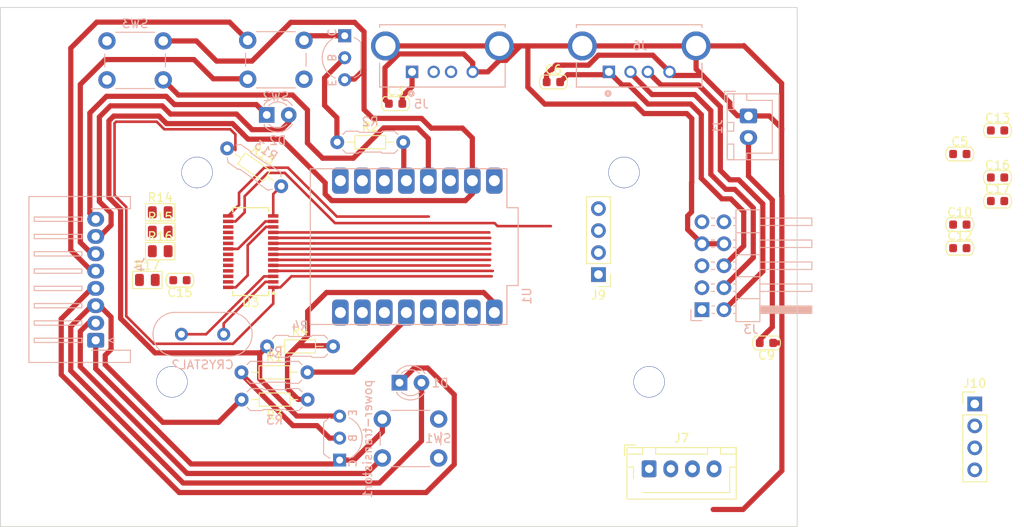
<source format=kicad_pcb>
(kicad_pcb (version 20241229) (generator "pcbnew") (generator_version "9.0")
  (layers (0 "F.Cu" signal) (2 "B.Cu" signal) (13 "F.Paste" user) (15 "B.Paste" user) (5 "F.SilkS" user "F.Silkscreen") (7 "B.SilkS" user "B.Silkscreen") (1 "F.Mask" user) (3 "B.Mask" user) (25 "Edge.Cuts" user))
  (net 0 "")
  (net 1 "GND")
  (net 2 "/VCC_2")
  (net 3 "/VD_3.3")
  (net 4 "/VCC_1")
  (net 5 "/FP_PW_L+")
  (net 6 "/FP_PW_L-")
  (net 8 "/DATA_U+")
  (net 10 "/DATA_1+")
  (net 11 "/DATA_U-")
  (net 12 "/DATA_1-")
  (net 13 "/FP_PW_B+")
  (net 14 "/FP_RST_B+")
  (net 15 "/FP_RST_B-")
  (net 16 "/FP_PW_B-")
  (net 17 "/DATA_3_SOCKET-")
  (net 18 "/DATA_3_SOCKET+")
  (net 19 "/ESP_USB_DATA+")
  (net 20 "/ESP_USB_DATA-")
  (net 21 "/DATA_4_SOCKET-")
  (net 22 "/DATA_4_SOCKET+")
  (net 23 "/GND_ESP")
  (net 24 "Net-(R1--)")
  (net 25 "/GPIO9")
  (net 26 "Net-(R2--)")
  (net 27 "/GPIO3")
  (net 28 "/GPIO5")
  (net 29 "/GPIO4")
  (net 30 "/DATA_2+")
  (net 31 "/DATA_2-")
  (net 43 "/FP_HDD_L-")
  (net 44 "/FP_HDD_L+")
  (net 45 "Net-(U3-VD33)")
  (net 46 "Net-(U3-VD18)")
  (net 47 "Net-(U3-XOUT)")
  (net 48 "Net-(U3-XIN)")
  (net 49 "Net-(U3-REXT)")
  (net 50 "Net-(U3-~{XRSTJ})")
  (net 51 "Net-(U3-BUSJ)")
  (net 52 "Net-(U3-VBUSM)")
  (footprint "PCM_Capacitor_SMD_AKL:C_0603_1608Metric" (layer "F.Cu") (at 147.625 71.15)
    (property "Reference" "C3")
    (property "Value" "100uF_0603" (hide yes))
  )
  (footprint "PCM_Capacitor_SMD_AKL:C_0603_1608Metric" (layer "F.Cu") (at 212.774939 76.965006)
    (property "Reference" "C5")
    (property "Value" "100uF_0603" (hide yes))
  )
  (footprint "PCM_Resistor_SMD_AKL:R_0805_2012Metric" (layer "F.Cu") (at 118.9625 91.52)
    (property "Reference" "R17")
    (property "Value" "R_100kOm" (hide yes))
  )
  (footprint "PCM_Capacitor_SMD_AKL:C_0603_1608Metric" (layer "F.Cu") (at 122.725 91.55 180)
    (property "Reference" "C15")
    (property "Value" "10uF_0603" (hide yes))
  )
  (footprint "PCM_Capacitor_SMD_AKL:C_0603_1608Metric" (layer "F.Cu") (at 217.134817 74.245002)
    (property "Reference" "C13")
    (property "Value" "10uF_0603" (hide yes))
  )
  (footprint "PCM_Capacitor_SMD_AKL:C_0603_1608Metric" (layer "F.Cu") (at 217.134817 82.405014)
    (property "Reference" "C17")
    (property "Value" "10uF_0603" (hide yes))
  )
  (footprint "PCM_Capacitor_SMD_AKL:C_0603_1608Metric" (layer "F.Cu") (at 212.774939 85.125018)
    (property "Reference" "C10")
    (property "Value" "100uF_0603" (hide yes))
  )
  (footprint "PCM_Capacitor_SMD_AKL:C_0603_1608Metric" (layer "F.Cu") (at 190.45 98.8 180)
    (property "Reference" "C9")
    (property "Value" "10uF_0603" (hide yes))
  )
  (footprint "PCM_Resistor_SMD_AKL:R_0805_2012Metric" (layer "F.Cu") (at 120.45 88.2)
    (property "Reference" "R16")
    (property "Value" "R_47kOm" (hide yes))
  )
  (footprint "PCM_Capacitor_SMD_AKL:C_0603_1608Metric" (layer "F.Cu") (at 212.774939 87.845022)
    (property "Reference" "C12")
    (property "Value" "100uF_0603" (hide yes))
  )
  (footprint "PCM_Resistor_SMD_AKL:R_0805_2012Metric" (layer "F.Cu") (at 120.45 83.7)
    (property "Reference" "R14")
    (property "Value" "R_100kOm" (hide yes))
  )
  (footprint "PCM_Capacitor_SMD_AKL:C_0603_1608Metric" (layer "F.Cu") (at 217.134817 79.68501)
    (property "Reference" "C16")
    (property "Value" "10uF_0603" (hide yes))
  )
  (footprint "PCM_Resistor_SMD_AKL:R_0805_2012Metric" (layer "F.Cu") (at 120.45 85.95)
    (property "Reference" "R15")
    (property "Value" "R_100kOm" (hide yes))
  )
  (footprint "Package_SO:SSOP-28_3.9x9.9mm_P0.635mm" (layer "F.Cu") (at 130.9 88.25 180)
    (property "Reference" "U3")
    (property "Value" "FE1.1s")
  )
  (footprint "PCM_Capacitor_SMD_AKL:C_0603_1608Metric" (layer "F.Cu") (at 165.85 68.65)
    (property "Reference" "C6")
    (property "Value" "100uF_0603" (hide yes))
  )
  (footprint "Connector_JST:JST_XH_B4B-XH-AM_1x04_P2.50mm_Vertical" (layer "F.Cu") (at 176.9 113.35)
    (property "Reference" "J7")
    (property "Value" "USB_3_SOCKET")
  )
  (footprint "Connector_PinHeader_2.54mm:PinHeader_1x04_P2.54mm_Vertical" (layer "F.Cu") (at 171.05 90.9 180)
    (property "Reference" "J9")
    (property "Value" "Conn_01x04_Pin")
  )
  (footprint "Connector_PinHeader_2.54mm:PinHeader_1x04_P2.54mm_Vertical" (layer "F.Cu") (at 214.5 105.85)
    (property "Reference" "J10")
    (property "Value" "USB_4_SOCKET")
  )
  (footprint "PCM_Resistor_THT_AKL_Double:R_Axial_DIN0207_L6.3mm_D2.5mm_P7.62mm_Horizontal" (layer "B.Cu") (at 148.51 75.6 180)
    (property "Reference" "R2")
    (property "Value" "1kOm" (hide yes))
  )
  (footprint "PCM_Resistor_THT_AKL_Double:R_Axial_DIN0207_L6.3mm_D2.5mm_P7.62mm_Horizontal" (layer "B.Cu") (at 140.41 99.2 180)
    (property "Reference" "R4")
    (property "Value" "10kOm" (hide yes))
  )
  (footprint "Connector_JST:JST_XH_B2B-XH-A_1x02_P2.50mm_Vertical" (layer "B.Cu") (at 188.375 72.57 -90)
    (property "Reference" "J1")
    (property "Value" "PSU_POWER")
  )
  (footprint "ESP32-C3_SUPERMINI_TH:MODULE_ESP32-C3_SUPERMINI" (layer "B.Cu") (at 149.13 87.67 90)
    (property "Reference" "U1")
    (property "Value" "ESP32-C3_SUPERMINI_TH")
  )
  (footprint "PCM_Resistor_THT_AKL_Double:R_Axial_DIN0207_L6.3mm_D2.5mm_P7.62mm_Horizontal" (layer "B.Cu") (at 129.85 105.35)
    (property "Reference" "R3")
    (property "Value" "10kOm" (hide yes))
  )
  (footprint "Connector_PinHeader_2.54mm:PinHeader_2x05_P2.54mm_Horizontal" (layer "B.Cu") (at 183 94.96)
    (property "Reference" "J3")
    (property "Value" "PINHD_2x5_Male")
  )
  (footprint "PCM_Resistor_THT_AKL_Double:R_Axial_DIN0207_L6.3mm_D2.5mm_P7.62mm_Horizontal" (layer "B.Cu") (at 137.445 102.2 180)
    (property "Reference" "R1")
    (property "Value" "1kOm" (hide yes))
  )
  (footprint "PCM_Package_TO_SOT_THT_AKL:TO-92_Inline_Wide_CBE" (layer "B.Cu") (at 141.75 63.3 -90)
    (property "Reference" "reset-transistor1" (hide yes))
    (property "Value" "BC548" (hide yes))
  )
  (footprint "LED_THT:LED_D3.0mm" (layer "B.Cu") (at 148.075 103.4)
    (property "Reference" "D1")
    (property "Value" "LED_3mm")
  )
  (footprint "LED_THT:LED_D3.0mm" (layer "B.Cu") (at 132.75 72.45)
    (property "Reference" "D2")
    (property "Value" "LED_3mm")
  )
  (footprint "Connector_JST:Connector_MB_FP" (layer "B.Cu") (at 111.4 98.5 90)
    (property "Reference" "J4")
    (property "Value" "Conn_01x08_Pin")
  )
  (footprint "Button_Switch_THT:SW_PUSH_6mm" (layer "B.Cu") (at 130.55 68.325)
    (property "Reference" "SW2")
    (property "Value" "Push_Button")
  )
  (footprint "USB-A1VSB6:ONSHORE_USB-A1VSB6" (layer "B.Cu") (at 153.03 64.475)
    (property "Reference" "J5")
    (property "Value" "USB_A")
  )
  (footprint "USB-A1VSB6:ONSHORE_USB-A1VSB6" (layer "B.Cu") (at 175.755 64.475)
    (property "Reference" "J6")
    (property "Value" "USB_A")
  )
  (footprint "Button_Switch_THT:SW_PUSH_6mm" (layer "B.Cu") (at 152.6 107.6 180)
    (property "Reference" "SW1")
    (property "Value" "Push_Button")
  )
  (footprint "PCM_Resistor_THT_AKL_Double:R_Axial_DIN0207_L6.3mm_D2.5mm_P7.62mm_Horizontal" (layer "B.Cu") (at 134.42097 80.685327 145)
    (property "Reference" "R13")
    (property "Value" "2.7kOm" (hide yes))
  )
  (footprint "PCM_Package_TO_SOT_THT_AKL:TO-92_Inline_Wide_CBE" (layer "B.Cu") (at 141.165 112.34 90)
    (property "Reference" "power-transistor1")
    (property "Value" "BC548" (hide yes))
  )
  (footprint "Button_Switch_THT:SW_PUSH_6mm" (layer "B.Cu") (at 120.8 63.9 180)
    (property "Reference" "SW3")
    (property "Value" "Push_Button")
  )
  (footprint "Crystal:Crystal_HC49-4H_Vertical" (layer "B.Cu") (at 122.9 97.8)
    (property "Reference" "CRYSTAL2")
    (property "Value" "12 000")
  )
  (gr_rect (start 102 60.034667) (end 194 120.034667) (stroke (width 0.1)) (fill no) (layer "Edge.Cuts"))
  (via (at 121.8 103.3) (size 3.6) (drill 3.5) (layers "F.Cu" "B.Cu") (net 0))
  (via (at 174 79.1) (size 3.6) (drill 3.5) (layers "F.Cu" "B.Cu") (net 0))
  (via (at 176.9 103.3) (size 3.6) (drill 3.5) (layers "F.Cu" "B.Cu") (net 0))
  (via (at 124.7 79.1) (size 3.6) (drill 3.5) (layers "F.Cu" "B.Cu") (net 0))
  (segment (start 188.375 72.57) (end 190.78 72.57) (width 0.6) (layer "F.Cu") (net 1))
  (segment (start 167.886235 64.475) (end 169.185 64.475) (width 0.6) (layer "F.Cu") (net 1))
  (segment (start 148 65.4) (end 146.4 67) (width 0.6) (layer "F.Cu") (net 1))
  (segment (start 190.78 72.57) (end 192.2 73.99) (width 0.6) (layer "F.Cu") (net 1))
  (segment (start 192.2 73.99) (end 192.2 74.3) (width 0.6) (layer "F.Cu") (net 1))
  (segment (start 175.223368 71.2) (end 164.85 71.2) (width 0.6) (layer "F.Cu") (net 1))
  (segment (start 188.355 72.55) (end 188.375 72.57) (width 0.6) (layer "F.Cu") (net 1))
  (segment (start 146.4 67) (end 146.4 70.7) (width 0.6) (layer "F.Cu") (net 1))
  (segment (start 179.669001 67.889001) (end 183.0672 67.889003) (width 0.6) (layer "F.Cu") (net 1))
  (segment (start 133.5 94.25) (end 133.5 92.3775) (width 0.3) (layer "F.Cu") (net 1))
  (segment (start 192.2 81.790902) (end 192.229 81.819903) (width 0.6) (layer "F.Cu") (net 1))
  (segment (start 115.348178 73.236576) (end 115.178 73.406754) (width 0.3) (layer "F.Cu") (net 1))
  (segment (start 115.178 73.406754) (end 115.178 81.740429) (width 0.3) (layer "F.Cu") (net 1))
  (segment (start 128.85 98.9) (end 133.5 94.25) (width 0.3) (layer "F.Cu") (net 1))
  (segment (start 192.179 98.8) (end 192.229 98.75) (width 0.6) (layer "F.Cu") (net 1))
  (segment (start 186.228 71.6655) (end 187.1125 72.55) (width 0.6) (layer "F.Cu") (net 1))
  (segment (start 116.528 83.09043) (end 116.528 95.707346) (width 0.3) (layer "F.Cu") (net 1))
  (segment (start 179.255 67.475) (end 179.255 67.441882) (width 0.6) (layer "F.Cu") (net 1))
  (segment (start 171.05 65.55) (end 169.901 66.699) (width 0.6) (layer "F.Cu") (net 1))
  (segment (start 120.044776 73.236576) (end 115.348178 73.236576) (width 0.3) (layer "F.Cu") (net 1))
  (segment (start 181.824001 80.23105) (end 181.824 72.874) (width 0.6) (layer "F.Cu") (net 1))
  (segment (start 169.901 66.699) (end 167.01895 66.699) (width 0.6) (layer "F.Cu") (net 1))
  (segment (start 183.0672 67.889003) (end 186.228 71.049804) (width 0.6) (layer "F.Cu") (net 1))
  (segment (start 192.2 68.8) (end 192.2 81.790902) (width 0.6) (layer "F.Cu") (net 1))
  (segment (start 162.9 69.25) (end 162.9 64.475) (width 0.6) (layer "F.Cu") (net 1))
  (segment (start 115.178 81.740429) (end 116.528 83.09043) (width 0.3) (layer "F.Cu") (net 1))
  (segment (start 156.53 66.43) (end 155.5 65.4) (width 0.6) (layer "F.Cu") (net 1))
  (segment (start 181.349 84.116133) (end 181.8 83.665133) (width 0.6) (layer "F.Cu") (net 1))
  (segment (start 135.6 91.1) (end 158.7235 91.1) (width 0.3) (layer "F.Cu") (net 1))
  (segment (start 187.85 64.45) (end 192.2 68.8) (width 0.6) (layer "F.Cu") (net 1))
  (segment (start 146.4 64.535) (end 146.46 64.475) (width 0.6) (layer "F.Cu") (net 1))
  (segment (start 183 87.34) (end 181.349 85.689) (width 0.6) (layer "F.Cu") (net 1))
  (segment (start 187.1125 72.55) (end 188.355 72.55) (width 0.6) (layer "F.Cu") (net 1))
  (segment (start 159.6 64.475) (end 169.185 64.475) (width 0.6) (layer "F.Cu") (net 1))
  (segment (start 167.01895 66.699) (end 167.017951 66.7) (width 0.6) (layer "F.Cu") (net 1))
  (segment (start 116.528 95.707346) (end 119.720654 98.9) (width 0.3) (layer "F.Cu") (net 1))
  (segment (start 181.8 80.255051) (end 181.824001 80.23105) (width 0.6) (layer "F.Cu") (net 1))
  (segment (start 185 87.34) (end 183 87.34) (width 0.6) (layer "F.Cu") (net 1))
  (segment (start 182.325 67.146803) (end 183.0672 67.889003) (width 0.6) (layer "F.Cu") (net 1))
  (segment (start 181.243001 72.293001) (end 176.316368 72.293) (width 0.6) (layer "F.Cu") (net 1))
  (segment (start 187.75 118.05) (end 184.3 118.05) (width 0.6) (layer "F.Cu") (net 1))
  (segment (start 177.33 65.55) (end 171.05 65.55) (width 0.6) (layer "F.Cu") (net 1))
  (segment (start 192.229 98.75) (end 192.229 113.571) (width 0.6) (layer "F.Cu") (net 1))
  (segment (start 119.720654 98.9) (end 128.85 98.9) (width 0.3) (layer "F.Cu") (net 1))
  (segment (start 179.255 67.475) (end 179.669001 67.889001) (width 0.6) (layer "F.Cu") (net 1))
  (segment (start 181.824 72.874) (end 181.243001 72.293001) (width 0.6) (layer "F.Cu") (net 1))
  (segment (start 186.228 71.049804) (end 186.228 71.6655) (width 0.6) (layer "F.Cu") (net 1))
  (segment (start 133.5 92.3775) (end 134.3225 92.3775) (width 0.3) (layer "F.Cu") (net 1))
  (segment (start 120.912202 74.104) (end 120.044776 73.236576) (width 0.3) (layer "F.Cu") (net 1))
  (segment (start 176.316368 72.293) (end 175.223368 71.2) (width 0.6) (layer "F.Cu") (net 1))
  (segment (start 155.5 65.4) (end 148 65.4) (width 0.6) (layer "F.Cu") (net 1))
  (segment (start 165.05 67.8) (end 165.05 68.625) (width 0.6) (layer "F.Cu") (net 1))
  (segment (start 191.225 98.8) (end 192.179 98.8) (width 0.6) (layer "F.Cu") (net 1))
  (segment (start 187.825 64.475) (end 187.85 64.45) (width 0.6) (layer "F.Cu") (net 1))
  (segment (start 182.325 64.475) (end 169.185 64.475) (width 0.6) (layer "F.Cu") (net 1))
  (segment (start 181.8 83.665133) (end 181.8 80.255051) (width 0.6) (layer "F.Cu") (net 1))
  (segment (start 134.3225 92.3775) (end 135.6 91.1) (width 0.3) (layer "F.Cu") (net 1))
  (segment (start 156.53 67.475) (end 156.53 67.5) (width 0.6) (layer "F.Cu") (net 1))
  (segment (start 129.129031 74.699685) (end 128.533346 74.104) (width 0.3) (layer "F.Cu") (net 1))
  (segment (start 160.375 66.15) (end 159.6 66.15) (width 0.6) (layer "F.Cu") (net 1))
  (segment (start 166.15 66.7) (end 165.05 67.8) (width 0.6) (layer "F.Cu") (net 1))
  (segment (start 179.23 67.5) (end 179.255 67.475) (width 0.6) (layer "F.Cu") (net 1))
  (segment (start 146.4 70.7) (end 146.85 71.15) (width 0.6) (layer "F.Cu") (net 1))
  (segment (start 182.325 64.475) (end 187.825 64.475) (width 0.6) (layer "F.Cu") (net 1))
  (segment (start 128.533346 74.104) (end 120.912202 74.104) (width 0.3) (layer "F.Cu") (net 1))
  (segment (start 129.129031 76.514674) (end 129.129031 74.699685) (width 0.3) (layer "F.Cu") (net 1))
  (segment (start 179.255 67.475) (end 177.33 65.55) (width 0.6) (layer "F.Cu") (net 1))
  (segment (start 159.6 64.475) (end 160.898765 64.475) (width 0.6) (layer "F.Cu") (net 1))
  (segment (start 164.85 71.2) (end 162.9 69.25) (width 0.6) (layer "F.Cu") (net 1))
  (segment (start 159.6 66.15) (end 158.275 67.475) (width 0.6) (layer "F.Cu") (net 1))
  (segment (start 182.325 64.475) (end 182.325 67.146803) (width 0.6) (layer "F.Cu") (net 1))
  (segment (start 181.349 85.689) (end 181.349 84.116133) (width 0.6) (layer "F.Cu") (net 1))
  (segment (start 167.017951 66.7) (end 166.15 66.7) (width 0.6) (layer "F.Cu") (net 1))
  (segment (start 192.229 113.571) (end 187.75 118.05) (width 0.6) (layer "F.Cu") (net 1))
  (segment (start 158.275 67.475) (end 156.53 67.475) (width 0.6) (layer "F.Cu") (net 1))
  (segment (start 156.53 67.475) (end 156.53 66.43) (width 0.6) (layer "F.Cu") (net 1))
  (segment (start 192.229 81.819903) (end 192.229 98.75) (width 0.6) (layer "F.Cu") (net 1))
  (segment (start 162.05 64.475) (end 160.375 66.15) (width 0.6) (layer "F.Cu") (net 1))
  (segment (start 146.46 64.475) (end 159.6 64.475) (width 0.6) (layer "F.Cu") (net 1))
  (segment (start 165.05 68.625) (end 165.075 68.65) (width 0.6) (layer "F.Cu") (net 1))
  (segment (start 191.128 96.972) (end 191.128 82.275952) (width 0.6) (layer "F.Cu") (net 2))
  (segment (start 189.675 98.425) (end 189.974 98.126) (width 0.6) (layer "F.Cu") (net 2))
  (segment (start 149.53 69.17) (end 149.53 67.475) (width 0.6) (layer "F.Cu") (net 2))
  (segment (start 190.576 97.524) (end 191.128 96.972) (width 0.6) (layer "F.Cu") (net 2))
  (segment (start 148.4 71.15) (end 148.4 70.3) (width 0.6) (layer "F.Cu") (net 2))
  (segment (start 188.375 79.522952) (end 188.375 75.07) (width 0.6) (layer "F.Cu") (net 2))
  (segment (start 191.128 82.275952) (end 188.375 79.522952) (width 0.6) (layer "F.Cu") (net 2))
  (segment (start 190.568782 97.524) (end 190.576 97.524) (width 0.6) (layer "F.Cu") (net 2))
  (segment (start 148.4 70.3) (end 149.53 69.17) (width 0.6) (layer "F.Cu") (net 2))
  (segment (start 189.974 98.118782) (end 190.568782 97.524) (width 0.6) (layer "F.Cu") (net 2))
  (segment (start 189.675 98.8) (end 189.675 98.425) (width 0.6) (layer "F.Cu") (net 2))
  (segment (start 189.974 98.126) (end 189.974 98.118782) (width 0.6) (layer "F.Cu") (net 2))
  (segment (start 185.54 89.865) (end 185.525 89.85) (width 0.6) (layer "F.Cu") (net 4))
  (segment (start 185.301001 82.151) (end 186.331901 82.151) (width 0.6) (layer "F.Cu") (net 4))
  (segment (start 181.699051 71.192001) (end 182.925 72.417951) (width 0.6) (layer "F.Cu") (net 4))
  (segment (start 187.825 83.644099) (end 187.825 87.595) (width 0.6) (layer "F.Cu") (net 4))
  (segment (start 167.475 67.8) (end 171.93 67.8) (width 0.6) (layer "F.Cu") (net 4))
  (segment (start 174.570416 68.99) (end 176.772417 71.192) (width 0.6) (layer "F.Cu") (net 4))
  (segment (start 173.77 68.99) (end 174.570416 68.99) (width 0.6) (layer "F.Cu") (net 4))
  (segment (start 182.925 72.417951) (end 182.925001 79.775001) (width 0.6) (layer "F.Cu") (net 4))
  (segment (start 186.331901 82.151) (end 187.825 83.644099) (width 0.6) (layer "F.Cu") (net 4))
  (segment (start 187.825 87.595) (end 185.54 89.88) (width 0.6) (layer "F.Cu") (net 4))
  (segment (start 172.255 67.475) (end 173.77 68.99) (width 0.6) (layer "F.Cu") (net 4))
  (segment (start 166.625 68.65) (end 167.475 67.8) (width 0.6) (layer "F.Cu") (net 4))
  (segment (start 185.54 89.88) (end 185.54 89.865) (width 0.6) (layer "F.Cu") (net 4))
  (segment (start 171.93 67.8) (end 172.255 67.475) (width 0.6) (layer "F.Cu") (net 4))
  (segment (start 176.772417 71.192) (end 181.699051 71.192001) (width 0.6) (layer "F.Cu") (net 4))
  (segment (start 182.925001 79.775001) (end 185.301001 82.151) (width 0.6) (layer "F.Cu") (net 4))
  (segment (start 150.615 110.131999) (end 150.615 103.4) (width 0.6) (layer "F.Cu") (net 5))
  (segment (start 123.09905 114.992) (end 145.754999 114.992) (width 0.6) (layer "F.Cu") (net 5))
  (segment (start 114.776 99.542266) (end 114.776 95.816133) (width 0.6) (layer "F.Cu") (net 5))
  (segment (start 120.7532 107.975) (end 114.101 101.3228) (width 0.6) (layer "F.Cu") (net 5))
  (segment (start 114.101 101.3228) (end 114.101 100.217266) (width 0.6) (layer "F.Cu") (net 5))
  (segment (start 129.825 105.35) (end 129.8 105.35) (width 0.6) (layer "F.Cu") (net 5))
  (segment (start 114.101 100.217266) (end 114.776 99.542266) (width 0.6) (layer "F.Cu") (net 5))
  (segment (start 110.123 102.01595) (end 123.09905 114.992) (width 0.6) (layer "F.Cu") (net 5))
  (segment (start 113.808867 94.849) (end 113 94.849) (width 0.6) (layer "F.Cu") (net 5))
  (segment (start 112.540133 94.5) (end 110.123 96.917133) (width 0.6) (layer "F.Cu") (net 5))
  (segment (start 110.123 96.917133) (end 110.123 102.01595) (width 0.6) (layer "F.Cu") (net 5))
  (segment (start 145.754999 114.992) (end 150.615 110.131999) (width 0.6) (layer "F.Cu") (net 5))
  (segment (start 150.615 104.672792) (end 150.615 103.4) (width 0.6) (layer "F.Cu") (net 5))
  (segment (start 113 94.849) (end 113 94.5) (width 0.6) (layer "F.Cu") (net 5))
  (segment (start 113 94.5) (end 112.540133 94.5) (width 0.6) (layer "F.Cu") (net 5))
  (segment (start 127.175 107.975) (end 120.7532 107.975) (width 0.6) (layer "F.Cu") (net 5))
  (segment (start 129.8 105.35) (end 127.175 107.975) (width 0.6) (layer "F.Cu") (net 5))
  (segment (start 114.776 95.816133) (end 113.808867 94.849) (width 0.6) (layer "F.Cu") (net 5))
  (segment (start 149.776 101.699) (end 151.319578 101.699) (width 0.6) (layer "F.Cu") (net 6))
  (segment (start 154.401 104.780422) (end 154.401 112.845999) (width 0.6) (layer "F.Cu") (net 6))
  (segment (start 112.540133 92.5) (end 113 92.5) (width 0.6) (layer "F.Cu") (net 6))
  (segment (start 151.319578 101.699) (end 154.401 104.780422) (width 0.6) (layer "F.Cu") (net 6))
  (segment (start 122.643 116.093) (end 109.022 102.472) (width 0.6) (layer "F.Cu") (net 6))
  (segment (start 109.022 96.018133) (end 112.540133 92.5) (width 0.6) (layer "F.Cu") (net 6))
  (segment (start 148.075 103.4) (end 149.776 101.699) (width 0.6) (layer "F.Cu") (net 6))
  (segment (start 151.153999 116.093) (end 122.643 116.093) (width 0.6) (layer "F.Cu") (net 6))
  (segment (start 154.401 112.845999) (end 151.153999 116.093) (width 0.6) (layer "F.Cu") (net 6))
  (segment (start 109.022 102.472) (end 109.022 96.018133) (width 0.6) (layer "F.Cu") (net 6))
  (segment (start 159.4 85.3) (end 165.55 85.3) (width 0.3) (layer "F.Cu") (net 8))
  (segment (start 132.014673 79.985327) (end 132.85 79.15) (width 0.3) (layer "F.Cu") (net 8))
  (segment (start 159.05 84.95) (end 159.4 85.3) (width 0.3) (layer "F.Cu") (net 8))
  (segment (start 129.1425 84.7575) (end 130.2 83.7) (width 0.3) (layer "F.Cu") (net 8))
  (segment (start 134.829158 79.15) (end 140.629158 84.95) (width 0.3) (layer "F.Cu") (net 8))
  (segment (start 128.3 84.7575) (end 129.1425 84.7575) (width 0.3) (layer "F.Cu") (net 8))
  (segment (start 132.014673 80.035327) (end 132.014673 79.985327) (width 0.3) (layer "F.Cu") (net 8))
  (segment (start 132.85 79.15) (end 134.829158 79.15) (width 0.3) (layer "F.Cu") (net 8))
  (segment (start 130.2 81.85) (end 132.014673 80.035327) (width 0.3) (layer "F.Cu") (net 8))
  (segment (start 140.629158 84.95) (end 159.05 84.95) (width 0.3) (layer "F.Cu") (net 8))
  (segment (start 130.2 83.7) (end 130.2 81.85) (width 0.3) (layer "F.Cu") (net 8))
  (segment (start 182.611151 68.990003) (end 185.127 71.505853) (width 0.6) (layer "F.Cu") (net 10))
  (segment (start 190.027 90.523) (end 185.62 94.93) (width 0.6) (layer "F.Cu") (net 10))
  (segment (start 190.027 82.732001) (end 190.027 90.523) (width 0.6) (layer "F.Cu") (net 10))
  (segment (start 187.244001 79.949001) (end 190.027 82.732001) (width 0.6) (layer "F.Cu") (net 10))
  (segment (start 185.127 71.505853) (end 185.127 78.8629) (width 0.6) (layer "F.Cu") (net 10))
  (segment (start 185.62 94.93) (end 185.525 94.93) (width 0.6) (layer "F.Cu") (net 10))
  (segment (start 186.2131 79.949) (end 187.244001 79.949001) (width 0.6) (layer "F.Cu") (net 10))
  (segment (start 178.27 68.99) (end 182.611151 68.990003) (width 0.6) (layer "F.Cu") (net 10))
  (segment (start 185.127 78.8629) (end 186.2131 79.949) (width 0.6) (layer "F.Cu") (net 10))
  (segment (start 176.755 67.475) (end 178.27 68.99) (width 0.6) (layer "F.Cu") (net 10))
  (segment (start 129.55 81.45) (end 132.45 78.55) (width 0.3) (layer "F.Cu") (net 11))
  (segment (start 128.3 84.1225) (end 129.55 82.8725) (width 0.3) (layer "F.Cu") (net 11))
  (segment (start 135.2 78.55) (end 140.85 84.2) (width 0.3) (layer "F.Cu") (net 11))
  (segment (start 132.45 78.55) (end 135.2 78.55) (width 0.3) (layer "F.Cu") (net 11))
  (segment (start 129.55 82.8725) (end 129.55 81.45) (width 0.3) (layer "F.Cu") (net 11))
  (segment (start 140.85 84.2) (end 151.45 84.2) (width 0.3) (layer "F.Cu") (net 11))
  (segment (start 188.926 83.18805) (end 188.926 88.949) (width 0.6) (layer "F.Cu") (net 12))
  (segment (start 184.026001 79.318951) (end 185.75705 81.05) (width 0.6) (layer "F.Cu") (net 12))
  (segment (start 174.755 67.617534) (end 177.228466 70.091) (width 0.6) (layer "F.Cu") (net 12))
  (segment (start 174.755 67.475) (end 174.755 67.617534) (width 0.6) (layer "F.Cu") (net 12))
  (segment (start 177.228466 70.091) (end 182.155101 70.091002) (width 0.6) (layer "F.Cu") (net 12))
  (segment (start 188.926 88.949) (end 185.525 92.35) (width 0.6) (layer "F.Cu") (net 12))
  (segment (start 185.525 92.35) (end 185.525 92.39) (width 0.6) (layer "F.Cu") (net 12))
  (segment (start 182.155101 70.091002) (end 184.026 71.961902) (width 0.6) (layer "F.Cu") (net 12))
  (segment (start 185.75705 81.05) (end 186.787951 81.05) (width 0.6) (layer "F.Cu") (net 12))
  (segment (start 186.787951 81.05) (end 188.926 83.18805) (width 0.6) (layer "F.Cu") (net 12))
  (segment (start 184.026 71.961902) (end 184.026001 79.318951) (width 0.6) (layer "F.Cu") (net 12))
  (segment (start 124.01115 112.79) (end 140.715 112.79) (width 0.6) (layer "F.Cu") (net 13))
  (segment (start 142.835 112.34) (end 146.1 109.075) (width 0.6) (layer "F.Cu") (net 13))
  (segment (start 113 101.77885) (end 124.01115 112.79) (width 0.6) (layer "F.Cu") (net 13))
  (segment (start 146.1 109.075) (end 146.1 107.6) (width 0.6) (layer "F.Cu") (net 13))
  (segment (start 113 98.5) (end 113 101.77885) (width 0.6) (layer "F.Cu") (net 13))
  (segment (start 141.165 112.34) (end 142.835 112.34) (width 0.6) (layer "F.Cu") (net 13))
  (segment (start 140.715 112.79) (end 141.165 112.34) (width 0.6) (layer "F.Cu") (net 13))
  (segment (start 141.4 63.475) (end 142.075 63.475) (width 0.6) (layer "F.Cu") (net 14))
  (segment (start 110.123 88.082867) (end 110.123 64.727) (width 0.6) (layer "F.Cu") (net 14))
  (segment (start 110.123 64.727) (end 113.125 61.725) (width 0.6) (layer "F.Cu") (net 14))
  (segment (start 113.125 61.725) (end 128.45 61.725) (width 0.6) (layer "F.Cu") (net 14))
  (segment (start 137.575 63.3) (end 141.75 63.3) (width 0.6) (layer "F.Cu") (net 14))
  (segment (start 137.05 63.825) (end 137.575 63.3) (width 0.6) (layer "F.Cu") (net 14))
  (segment (start 112.540133 90.5) (end 110.123 88.082867) (width 0.6) (layer "F.Cu") (net 14))
  (segment (start 113 90.5) (end 112.540133 90.5) (width 0.6) (layer "F.Cu") (net 14))
  (segment (start 128.45 61.725) (end 130.55 63.825) (width 0.6) (layer "F.Cu") (net 14))
  (segment (start 112.540133 88.5) (end 111.224 87.183867) (width 0.6) (layer "F.Cu") (net 15))
  (segment (start 124.35 66.05) (end 126.575 68.275) (width 0.6) (layer "F.Cu") (net 15))
  (segment (start 114.103001 66.05) (end 124.35 66.05) (width 0.6) (layer "F.Cu") (net 15))
  (segment (start 130.5 68.275) (end 130.55 68.325) (width 0.6) (layer "F.Cu") (net 15))
  (segment (start 113 88.5) (end 112.540133 88.5) (width 0.6) (layer "F.Cu") (net 15))
  (segment (start 111.224 87.183867) (end 111.224 68.929001) (width 0.6) (layer "F.Cu") (net 15))
  (segment (start 111.224 68.929001) (end 114.103001 66.05) (width 0.6) (layer "F.Cu") (net 15))
  (segment (start 126.575 68.275) (end 130.5 68.275) (width 0.6) (layer "F.Cu") (net 15))
  (segment (start 113 96.5) (end 112.181734 96.5) (width 0.6) (layer "F.Cu") (net 16))
  (segment (start 123.5551 113.891) (end 144.309 113.891) (width 0.6) (layer "F.Cu") (net 16))
  (segment (start 144.309 113.891) (end 146.1 112.1) (width 0.6) (layer "F.Cu") (net 16))
  (segment (start 111.224 101.5599) (end 123.5551 113.891) (width 0.6) (layer "F.Cu") (net 16))
  (segment (start 111.224 97.457734) (end 111.224 101.5599) (width 0.6) (layer "F.Cu") (net 16))
  (segment (start 112.181734 96.5) (end 111.224 97.457734) (width 0.6) (layer "F.Cu") (net 16))
  (segment (start 133.5 89.2025) (end 158.5525 89.2025) (width 0.3) (layer "F.Cu") (net 17))
  (segment (start 133.5 88.5675) (end 158.5325 88.5675) (width 0.3) (layer "F.Cu") (net 18))
  (segment (start 158.5325 88.5675) (end 158.55 88.55) (width 0.3) (layer "F.Cu") (net 18))
  (segment (start 133.5 87.2975) (end 138.178065 87.2975) (width 0.3) (layer "F.Cu") (net 19))
  (segment (start 138.175564 87.3) (end 158.55 87.3) (width 0.3) (layer "F.Cu") (net 19))
  (segment (start 138.178065 87.2975) (end 138.175564 87.3) (width 0.3) (layer "F.Cu") (net 19))
  (segment (start 133.5 87.9325) (end 158.5325 87.9325) (width 0.3) (layer "F.Cu") (net 20))
  (segment (start 158.5325 87.9325) (end 158.55 87.95) (width 0.3) (layer "F.Cu") (net 20))
  (segment (start 133.5 90.4725) (end 158.85 90.4725) (width 0.3) (layer "F.Cu") (net 21))
  (segment (start 133.5125 89.85) (end 158.49148 89.85) (width 0.3) (layer "F.Cu") (net 22))
  (segment (start 133.5 89.8375) (end 133.5125 89.85) (width 0.3) (layer "F.Cu") (net 22))
  (segment (start 143.986 62.836) (end 142.899 61.749) (width 0.6) (layer "F.Cu") (net 23))
  (segment (start 131.935137 100.054863) (end 131.935137 102.960137) (width 0.6) (layer "F.Cu") (net 23))
  (segment (start 132.54 99.45) (end 132.79 99.2) (width 0.6) (layer "F.Cu") (net 23))
  (segment (start 141.92 68.4) (end 142 68.48) (width 0.6) (layer "F.Cu") (net 23))
  (segment (start 132.79 99.2) (end 132.04 99.95) (width 0.6) (layer "F.Cu") (net 23))
  (segment (start 120.314429 72.585576) (end 121.181855 73.453) (width 0.6) (layer "F.Cu") (net 23))
  (segment (start 121.181855 73.453) (end 128.803 73.453) (width 0.6) (layer "F.Cu") (net 23))
  (segment (start 141.829 68.301) (end 142.885 68.301) (width 0.6) (layer "F.Cu") (net 23))
  (segment (start 124.625 63.9) (end 120.8 63.9) (width 0.6) (layer "F.Cu") (net 23))
  (segment (start 155.689 82.351) (end 156.49 81.55) (width 0.6) (layer "F.Cu") (net 23))
  (segment (start 155.35 73.975) (end 151.746206 73.975) (width 0.6) (layer "F.Cu") (net 23))
  (segment (start 128.803 73.453) (end 129.948 74.598) (width 0.6) (layer "F.Cu") (net 23))
  (segment (start 131.935137 102.960137) (end 136.225 107.25) (width 0.6) (layer "F.Cu") (net 23))
  (segment (start 135.526 61.749) (end 131.05 66.225) (width 0.6) (layer "F.Cu") (net 23))
  (segment (start 150.620205 72.849) (end 144.999 72.849) (width 0.6) (layer "F.Cu") (net 23))
  (segment (start 114.527 73.1371) (end 115.078524 72.585576) (width 0.6) (layer "F.Cu") (net 23))
  (segment (start 126.95 66.225) (end 124.625 63.9) (width 0.6) (layer "F.Cu") (net 23))
  (segment (start 129.948 74.598) (end 129.948 74.607049) (width 0.6) (layer "F.Cu") (net 23))
  (segment (start 134.452 75.252) (end 139.4965 80.2965) (width 0.6) (layer "F.Cu") (net 23))
  (segment (start 151.746206 73.975) (end 150.620205 72.849) (width 0.6) (layer "F.Cu") (net 23))
  (segment (start 143.986 71.836) (end 143.986 62.836) (width 0.6) (layer "F.Cu") (net 23))
  (segment (start 144.999 72.849) (end 143.986 71.836) (width 0.6) (layer "F.Cu") (net 23))
  (segment (start 114.527 82.010083) (end 114.527 73.1371) (width 0.6) (layer "F.Cu") (net 23))
  (segment (start 142.885 68.301) (end 143.986 67.2) (width 0.6) (layer "F.Cu") (net 23))
  (segment (start 140.251336 82.351) (end 155.689 82.351) (width 0.6) (layer "F.Cu") (net 23))
  (segment (start 115.877 83.360083) (end 114.527 82.010083) (width 0.6) (layer "F.Cu") (net 23))
  (segment (start 156.49 75.115) (end 155.35 73.975) (width 0.6) (layer "F.Cu") (net 23))
  (segment (start 119.85 99.95) (end 115.877 95.977) (width 0.6) (layer "F.Cu") (net 23))
  (segment (start 139.4965 80.2965) (end 139.4965 81.596164) (width 0.6) (layer "F.Cu") (net 23))
  (segment (start 156.49 80.05) (end 156.49 75.115) (width 0.6) (layer "F.Cu") (net 23))
  (segment (start 115.877 95.977) (end 115.877 83.360083) (width 0.6) (layer "F.Cu") (net 23))
  (segment (start 141.75 68.38) (end 141.829 68.301) (width 0.6) (layer "F.Cu") (net 23))
  (segment (start 130.592951 75.252) (end 134.452 75.252) (width 0.6) (layer "F.Cu") (net 23))
  (segment (start 142.899 61.749) (end 135.526 61.749) (width 0.6) (layer "F.Cu") (net 23))
  (segment (start 156.49 81.55) (end 156.49 80.05) (width 0.6) (layer "F.Cu") (net 23))
  (segment (start 139.4965 81.596164) (end 140.251336 82.351) (width 0.6) (layer "F.Cu") (net 23))
  (segment (start 141.155 107.25) (end 141.165 107.26) (width 0.6) (layer "F.Cu") (net 23))
  (segment (start 132.04 99.95) (end 119.85 99.95) (width 0.6) (layer "F.Cu") (net 23))
  (segment (start 115.078524 72.585576) (end 120.314429 72.585576) (width 0.6) (layer "F.Cu") (net 23))
  (segment (start 129.948 74.607049) (end 130.592951 75.252) (width 0.6) (layer "F.Cu") (net 23))
  (segment (start 131.05 66.225) (end 126.95 66.225) (width 0.6) (layer "F.Cu") (net 23))
  (segment (start 136.225 107.25) (end 141.155 107.25) (width 0.6) (layer "F.Cu") (net 23))
  (segment (start 132.79 99.2) (end 131.935137 100.054863) (width 0.6) (layer "F.Cu") (net 23))
  (segment (start 138.561 108.361) (end 140 109.8) (width 0.6) (layer "F.Cu") (net 24))
  (segment (start 129.825 102.2) (end 129.825 102.40705) (width 0.6) (layer "F.Cu") (net 24))
  (segment (start 140 109.8) (end 141.165 109.8) (width 0.6) (layer "F.Cu") (net 24))
  (segment (start 135.778951 108.361) (end 138.561 108.361) (width 0.6) (layer "F.Cu") (net 24))
  (segment (start 129.825 102.40705) (end 135.778951 108.361) (width 0.6) (layer "F.Cu") (net 24))
  (segment (start 137.47 102.175) (end 142.744664 102.175) (width 0.6) (layer "F.Cu") (net 25))
  (segment (start 148.87 96.049664) (end 148.87 95.29) (width 0.6) (layer "F.Cu") (net 25))
  (segment (start 142.744664 102.175) (end 148.87 96.049664) (width 0.6) (layer "F.Cu") (net 25))
  (segment (start 137.445 102.2) (end 137.47 102.175) (width 0.6) (layer "F.Cu") (net 25))
  (segment (start 140.85 75.56) (end 140.89 75.6) (width 0.6) (layer "F.Cu") (net 26))
  (segment (start 139.425 68.165) (end 139.425 71.35137) (width 0.6) (layer "F.Cu") (net 26))
  (segment (start 140.85 72.77637) (end 140.85 75.56) (width 0.6) (layer "F.Cu") (net 26))
  (segment (start 139.425 71.35137) (end 140.85 72.77637) (width 0.6) (layer "F.Cu") (net 26))
  (segment (start 141.75 65.84) (end 139.425 68.165) (width 0.6) (layer "F.Cu") (net 26))
  (segment (start 148.575 75.665) (end 148.575 79.755) (width 0.6) (layer "F.Cu") (net 27))
  (segment (start 148.575 79.755) (end 148.87 80.05) (width 0.6) (layer "F.Cu") (net 27))
  (segment (start 148.51 75.6) (end 148.575 75.665) (width 0.6) (layer "F.Cu") (net 27))
  (segment (start 136.325 99.125) (end 137.475 97.975) (width 0.6) (layer "F.Cu") (net 28))
  (segment (start 139.65 92.975) (end 157.8 92.975) (width 0.6) (layer "F.Cu") (net 28))
  (segment (start 135.15 100.3) (end 136.325 99.125) (width 0.6) (layer "F.Cu") (net 28))
  (segment (start 137.42 105.325) (end 136.375 105.325) (width 0.6) (layer "F.Cu") (net 28))
  (segment (start 135.15 104.1) (end 135.15 100.3) (width 0.6) (layer "F.Cu") (net 28))
  (segment (start 157.8 92.975) (end 159.03 94.205) (width 0.6) (layer "F.Cu") (net 28))
  (segment (start 140.335 99.125) (end 140.41 99.2) (width 0.6) (layer "F.Cu") (net 28))
  (segment (start 136.325 99.125) (end 140.335 99.125) (width 0.6) (layer "F.Cu") (net 28))
  (segment (start 137.475 95.15) (end 139.65 92.975) (width 0.6) (layer "F.Cu") (net 28))
  (segment (start 136.375 105.325) (end 135.15 104.1) (width 0.6) (layer "F.Cu") (net 28))
  (segment (start 137.445 105.35) (end 137.42 105.325) (width 0.6) (layer "F.Cu") (net 28))
  (segment (start 137.475 97.975) (end 137.475 95.15) (width 0.6) (layer "F.Cu") (net 28))
  (segment (start 159.03 94.205) (end 159.03 95.29) (width 0.6) (layer "F.Cu") (net 28))
  (segment (start 151.41 80.05) (end 151.41 75.195844) (width 0.6) (layer "F.Cu") (net 29))
  (segment (start 137.45 71.875) (end 135.725 70.15) (width 0.6) (layer "F.Cu") (net 29))
  (segment (start 135.725 70.15) (end 122.55 70.15) (width 0.6) (layer "F.Cu") (net 29))
  (segment (start 150.164156 73.95) (end 146.25 73.95) (width 0.6) (layer "F.Cu") (net 29))
  (segment (start 139.2 77.45) (end 137.45 75.7) (width 0.6) (layer "F.Cu") (net 29))
  (segment (start 142.75 77.45) (end 139.2 77.45) (width 0.6) (layer "F.Cu") (net 29))
  (segment (start 137.45 75.7) (end 137.45 71.875) (width 0.6) (layer "F.Cu") (net 29))
  (segment (start 122.55 70.15) (end 120.8 68.4) (width 0.6) (layer "F.Cu") (net 29))
  (segment (start 146.25 73.95) (end 142.75 77.45) (width 0.6) (layer "F.Cu") (net 29))
  (segment (start 151.41 75.195844) (end 150.164156 73.95) (width 0.6) (layer "F.Cu") (net 29))
  (segment (start 158.4275 86.0275) (end 158.45 86.05) (width 0.3) (layer "F.Cu") (net 30))
  (segment (start 133.5 86.0275) (end 158.4275 86.0275) (width 0.3) (layer "F.Cu") (net 30))
  (segment (start 133.5 86.6625) (end 158.55 86.6625) (width 0.3) (layer "F.Cu") (net 31))
  (segment (start 114.25 70.3) (end 121.14295 70.3) (width 0.6) (layer "F.Cu") (net 43))
  (segment (start 122.093951 71.251) (end 131.551 71.251) (width 0.6) (layer "F.Cu") (net 43))
  (segment (start 113 84.5) (end 112.325 83.825) (width 0.6) (layer "F.Cu") (net 43))
  (segment (start 131.551 71.251) (end 132.75 72.45) (width 0.6) (layer "F.Cu") (net 43))
  (segment (start 112.325 72.225) (end 114.25 70.3) (width 0.6) (layer "F.Cu") (net 43))
  (segment (start 121.14295 70.3) (end 122.093951 71.251) (width 0.6) (layer "F.Cu") (net 43))
  (segment (start 112.325 83.825) (end 112.325 72.225) (width 0.6) (layer "F.Cu") (net 43))
  (segment (start 114.776 83.816133) (end 113.426 82.466132) (width 0.6) (layer "F.Cu") (net 44))
  (segment (start 134.451 74.149) (end 135.29 73.31) (width 0.6) (layer "F.Cu") (net 44))
  (segment (start 121.637903 72.352) (end 129.25905 72.352) (width 0.6) (layer "F.Cu") (net 44))
  (segment (start 114.70605 71.401) (end 120.686901 71.401) (width 0.6) (layer "F.Cu") (net 44))
  (segment (start 131.049001 74.151) (end 134.451 74.151) (width 0.6) (layer "F.Cu") (net 44))
  (segment (start 114.776 85.183867) (end 114.776 83.816133) (width 0.6) (layer "F.Cu") (net 44))
  (segment (start 131.049 74.141951) (end 131.049001 74.151) (width 0.6) (layer "F.Cu") (net 44))
  (segment (start 113.426 72.68105) (end 114.70605 71.401) (width 0.6) (layer "F.Cu") (net 44))
  (segment (start 113 86.5) (end 113 86.151) (width 0.6) (layer "F.Cu") (net 44))
  (segment (start 113.808867 86.151) (end 114.776 85.183867) (width 0.6) (layer "F.Cu") (net 44))
  (segment (start 134.451 74.151) (end 134.451 74.149) (width 0.6) (layer "F.Cu") (net 44))
  (segment (start 135.29 73.31) (end 135.29 72.45) (width 0.6) (layer "F.Cu") (net 44))
  (segment (start 113.426 82.466132) (end 113.426 72.68105) (width 0.6) (layer "F.Cu") (net 44))
  (segment (start 120.686901 71.401) (end 121.637903 72.352) (width 0.6) (layer "F.Cu") (net 44))
  (segment (start 113 86.151) (end 113.808867 86.151) (width 0.6) (layer "F.Cu") (net 44))
  (segment (start 129.25905 72.352) (end 131.049 74.141951) (width 0.6) (layer "F.Cu") (net 44))
  (segment (start 133.5 84.7575) (end 132.6 84.7575) (width 0.3) (layer "F.Cu") (net 45))
  (segment (start 132.6 84.7575) (end 129.425 87.9325) (width 0.3) (layer "F.Cu") (net 45))
  (segment (start 129.425 87.9325) (end 128.3 87.9325) (width 0.3) (layer "F.Cu") (net 45))
  (segment (start 132.673521 85.3925) (end 130.55 87.516021) (width 0.3) (layer "F.Cu") (net 46))
  (segment (start 133.5 85.3925) (end 132.673521 85.3925) (width 0.3) (layer "F.Cu") (net 46))
  (segment (start 130.55 87.516021) (end 130.55 90.9945) (width 0.3) (layer "F.Cu") (net 46))
  (segment (start 129.167 92.3775) (end 128.3 92.3775) (width 0.3) (layer "F.Cu") (net 46))
  (segment (start 130.55 90.9945) (end 129.167 92.3775) (width 0.3) (layer "F.Cu") (net 46))
  (segment (start 132.6 91.7425) (end 127.78 96.5625) (width 0.3) (layer "F.Cu") (net 47))
  (segment (start 127.78 96.5625) (end 127.78 97.8) (width 0.3) (layer "F.Cu") (net 47))
  (segment (start 133.5 91.7425) (end 132.6 91.7425) (width 0.3) (layer "F.Cu") (net 47))
  (segment (start 125.75 97.8) (end 122.9 97.8) (width 0.3) (layer "F.Cu") (net 48))
  (segment (start 132.4425 91.1075) (end 125.75 97.8) (width 0.3) (layer "F.Cu") (net 48))
  (segment (start 133.5 91.1075) (end 132.4425 91.1075) (width 0.3) (layer "F.Cu") (net 48))
  (segment (start 134.414673 80.685327) (end 134.42097 80.685327) (width 0.3) (layer "F.Cu") (net 49))
  (segment (start 133.5 84.1225) (end 133.5 81.6) (width 0.3) (layer "F.Cu") (net 49))
  (segment (start 133.5 81.6) (end 134.414673 80.685327) (width 0.3) (layer "F.Cu") (net 49))
)
</source>
